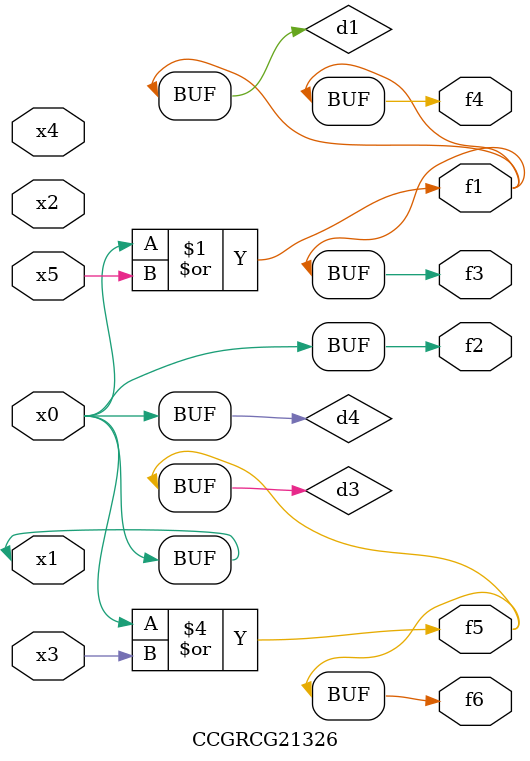
<source format=v>
module CCGRCG21326(
	input x0, x1, x2, x3, x4, x5,
	output f1, f2, f3, f4, f5, f6
);

	wire d1, d2, d3, d4;

	or (d1, x0, x5);
	xnor (d2, x1, x4);
	or (d3, x0, x3);
	buf (d4, x0, x1);
	assign f1 = d1;
	assign f2 = d4;
	assign f3 = d1;
	assign f4 = d1;
	assign f5 = d3;
	assign f6 = d3;
endmodule

</source>
